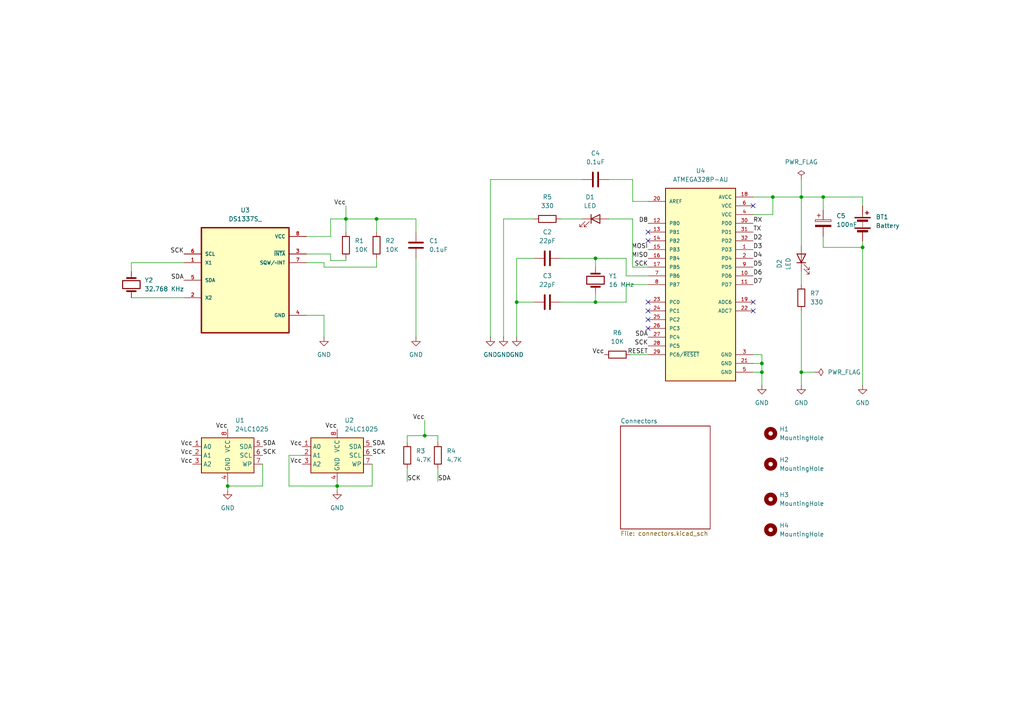
<source format=kicad_sch>
(kicad_sch (version 20250114) (generator "eeschema") (generator_version "9.0")
  (paper "A4")
  (title_block (title "${project_name}") (date "2025-05-23") (rev "1"))
  (lib_symbols
    (symbol "ATMEGA328P-AU:ATMEGA328P-AU" (pin_names (offset 1.016))
      (property "Reference" "U4" (at 0 33.02 0))
      (property "Value" "ATMEGA328P-AU" (at 0 30.48 0))
      (symbol "ATMEGA328P-AU_0_0"
        (rectangle (start -10.16 27.94) (end 10.16 -27.94) (stroke (width 0.254)) (fill (type background)))
        (pin input line (at -15.24 24.13 0) (length 5.08) (name "AREF") (number "20"))
        (pin bidirectional line (at -15.24 17.78 0) (length 5.08) (name "PB0") (number "12"))
        (pin bidirectional line (at -15.24 15.24 0) (length 5.08) (name "PB1") (number "13"))
        (pin bidirectional line (at -15.24 12.7 0) (length 5.08) (name "PB2") (number "14"))
        (pin bidirectional line (at -15.24 10.16 0) (length 5.08) (name "PB3") (number "15"))
        (pin bidirectional line (at -15.24 7.62 0) (length 5.08) (name "PB4") (number "16"))
        (pin bidirectional line (at -15.24 5.08 0) (length 5.08) (name "PB5") (number "17"))
        (pin bidirectional line (at -15.24 2.54 0) (length 5.08) (name "PB6") (number "7"))
        (pin bidirectional line (at -15.24 0 0) (length 5.08) (name "PB7") (number "8"))
        (pin bidirectional line (at -15.24 -5.08 0) (length 5.08) (name "PC0") (number "23"))
        (pin bidirectional line (at -15.24 -7.62 0) (length 5.08) (name "PC1") (number "24"))
        (pin bidirectional line (at -15.24 -10.16 0) (length 5.08) (name "PC2") (number "25"))
        (pin bidirectional line (at -15.24 -12.7 0) (length 5.08) (name "PC3") (number "26"))
        (pin bidirectional line (at -15.24 -15.24 0) (length 5.08) (name "PC4") (number "27"))
        (pin bidirectional line (at -15.24 -17.78 0) (length 5.08) (name "PC5") (number "28"))
        (pin bidirectional line (at -15.24 -20.32 0) (length 5.08) (name "PC6/~{RESET}") (number "29"))
        (pin power_in line (at 15.24 25.4 180) (length 5.08) (name "AVCC") (number "18"))
        (pin power_in line (at 15.24 22.86 180) (length 5.08) (name "VCC") (number "6"))
        (pin power_in line (at 15.24 20.32 180) (length 5.08) (name "VCC") (number "4"))
        (pin bidirectional line (at 15.24 17.78 180) (length 5.08) (name "PD0") (number "30"))
        (pin bidirectional line (at 15.24 15.24 180) (length 5.08) (name "PD1") (number "31"))
        (pin bidirectional line (at 15.24 12.7 180) (length 5.08) (name "PD2") (number "32"))
        (pin bidirectional line (at 15.24 10.16 180) (length 5.08) (name "PD3") (number "1"))
        (pin bidirectional line (at 15.24 7.62 180) (length 5.08) (name "PD4") (number "2"))
        (pin bidirectional line (at 15.24 5.08 180) (length 5.08) (name "PD5") (number "9"))
        (pin bidirectional line (at 15.24 2.54 180) (length 5.08) (name "PD6") (number "10"))
        (pin bidirectional line (at 15.24 0 180) (length 5.08) (name "PD7") (number "11"))
        (pin bidirectional line (at 15.24 -5.08 180) (length 5.08) (name "ADC6") (number "19"))
        (pin bidirectional line (at 15.24 -7.62 180) (length 5.08) (name "ADC7") (number "22"))
        (pin power_in line (at 15.24 -20.32 180) (length 5.08) (name "GND") (number "3"))
        (pin power_in line (at 15.24 -22.86 180) (length 5.08) (name "GND") (number "21"))
        (pin power_in line (at 15.24 -25.4 180) (length 5.08) (name "GND") (number "5"))
      )
    )
    (symbol "DS1337S_:DS1337S_" (pin_names (offset 1.016))
      (property "Reference" "U" (at -12.7 16.24 0))
      (property "Value" "DS1337S_" (at -12.7 -19.24 0))
      (symbol "DS1337S__0_0"
        (rectangle (start -12.7 -15.24) (end 12.7 15.24) (stroke (width 0.41)) (fill (type background)))
        (pin input line (at -17.78 7.62 0) (length 5.08) (name "SCL") (number "6"))
        (pin input line (at -17.78 5.08 0) (length 5.08) (name "X1") (number "1"))
        (pin bidirectional line (at -17.78 0 0) (length 5.08) (name "SDA") (number "5"))
        (pin bidirectional line (at -17.78 -5.08 0) (length 5.08) (name "X2") (number "2"))
        (pin power_in line (at 17.78 12.7 180) (length 5.08) (name "VCC") (number "8"))
        (pin output line (at 17.78 7.62 180) (length 5.08) (name "~{INTA}") (number "3"))
        (pin output line (at 17.78 5.08 180) (length 5.08) (name "SQW/~INT") (number "7"))
        (pin power_in line (at 17.78 -10.16 180) (length 5.08) (name "GND") (number "4"))
      )
    )
    (symbol "Device:Battery" (pin_numbers (hide yes)) (pin_names (offset 0) (hide yes))
      (property "Reference" "BT" (at 2.54 2.54 0))
      (property "Value" "Battery" (at 2.54 0 0))
      (symbol "Battery_0_1"
        (rectangle (start -2.286 1.778) (end 2.286 1.524) (fill (type outline)))
        (rectangle (start -2.286 -1.27) (end 2.286 -1.524) (fill (type outline)))
        (rectangle (start -1.524 1.016) (end 1.524 0.508) (fill (type outline)))
        (rectangle (start -1.524 -2.032) (end 1.524 -2.54) (fill (type outline)))
        (polyline (pts (xy 0 1.778) (xy 0 2.54)))
        (polyline (pts (xy 0 0) (xy 0 0.254)))
        (polyline (pts (xy 0 -0.508) (xy 0 -0.254)))
        (polyline (pts (xy 0 -1.016) (xy 0 -0.762)))
        (polyline (pts (xy 0.762 3.048) (xy 1.778 3.048)) (stroke (width 0.254)))
        (polyline (pts (xy 1.27 3.556) (xy 1.27 2.54)) (stroke (width 0.254)))
      )
      (symbol "Battery_1_1"
        (pin passive line (at 0 5.08 270) (length 2.54) (name "+") (number "1"))
        (pin passive line (at 0 -5.08 90) (length 2.54) (name "-") (number "2"))
      )
    )
    (symbol "Device:C" (pin_numbers (hide yes)) (pin_names (offset 0.254))
      (property "Reference" "C" (at 0.635 2.54 0))
      (property "Value" "C" (at 0.635 -2.54 0))
      (symbol "C_0_1"
        (polyline (pts (xy -2.032 0.762) (xy 2.032 0.762)) (stroke (width 0.508)))
        (polyline (pts (xy -2.032 -0.762) (xy 2.032 -0.762)) (stroke (width 0.508)))
      )
      (symbol "C_1_1"
        (pin passive line (at 0 3.81 270) (length 2.794) (name "~") (number "1"))
        (pin passive line (at 0 -3.81 90) (length 2.794) (name "~") (number "2"))
      )
    )
    (symbol "Device:C_Polarized" (pin_numbers (hide yes)) (pin_names (offset 0.254))
      (property "Reference" "C" (at 0.635 2.54 0))
      (property "Value" "C_Polarized" (at 0.635 -2.54 0))
      (symbol "C_Polarized_0_1"
        (rectangle (start -2.286 0.508) (end 2.286 1.016))
        (polyline (pts (xy -1.778 2.286) (xy -0.762 2.286)))
        (polyline (pts (xy -1.27 2.794) (xy -1.27 1.778)))
        (rectangle (start 2.286 -0.508) (end -2.286 -1.016) (fill (type outline)))
      )
      (symbol "C_Polarized_1_1"
        (pin passive line (at 0 3.81 270) (length 2.794) (name "~") (number "1"))
        (pin passive line (at 0 -3.81 90) (length 2.794) (name "~") (number "2"))
      )
    )
    (symbol "Device:Crystal" (pin_numbers (hide yes)) (pin_names (offset 1.016) (hide yes))
      (property "Reference" "Y" (at 0 3.81 0))
      (property "Value" "Crystal" (at 0 -3.81 0))
      (symbol "Crystal_0_1"
        (polyline (pts (xy -2.54 0) (xy -1.905 0)))
        (polyline (pts (xy -1.905 -1.27) (xy -1.905 1.27)) (stroke (width 0.508)))
        (rectangle (start -1.143 2.54) (end 1.143 -2.54) (stroke (width 0.3048)))
        (polyline (pts (xy 1.905 -1.27) (xy 1.905 1.27)) (stroke (width 0.508)))
        (polyline (pts (xy 2.54 0) (xy 1.905 0)))
      )
      (symbol "Crystal_1_1"
        (pin passive line (at -3.81 0 0) (length 1.27) (name "1") (number "1"))
        (pin passive line (at 3.81 0 180) (length 1.27) (name "2") (number "2"))
      )
    )
    (symbol "Device:LED" (pin_numbers (hide yes)) (pin_names (offset 1.016) (hide yes))
      (property "Reference" "D" (at 0 2.54 0))
      (property "Value" "LED" (at 0 -2.54 0))
      (symbol "LED_0_1"
        (polyline (pts (xy -3.048 -0.762) (xy -4.572 -2.286) (xy -3.81 -2.286) (xy -4.572 -2.286) (xy -4.572 -1.524)))
        (polyline (pts (xy -1.778 -0.762) (xy -3.302 -2.286) (xy -2.54 -2.286) (xy -3.302 -2.286) (xy -3.302 -1.524)))
        (polyline (pts (xy -1.27 0) (xy 1.27 0)))
        (polyline (pts (xy -1.27 -1.27) (xy -1.27 1.27)) (stroke (width 0.254)))
        (polyline (pts (xy 1.27 -1.27) (xy 1.27 1.27) (xy -1.27 0) (xy 1.27 -1.27)) (stroke (width 0.254)))
      )
      (symbol "LED_1_1"
        (pin passive line (at -3.81 0 0) (length 2.54) (name "K") (number "1"))
        (pin passive line (at 3.81 0 180) (length 2.54) (name "A") (number "2"))
      )
    )
    (symbol "Device:R" (pin_numbers (hide yes)) (pin_names (offset 0))
      (property "Reference" "R" (at 2.032 0 90))
      (property "Value" "R" (at 0 0 90))
      (symbol "R_0_1"
        (rectangle (start -1.016 -2.54) (end 1.016 2.54) (stroke (width 0.254)))
      )
      (symbol "R_1_1"
        (pin passive line (at 0 3.81 270) (length 1.27) (name "~") (number "1"))
        (pin passive line (at 0 -3.81 90) (length 1.27) (name "~") (number "2"))
      )
    )
    (symbol "Mechanical:MountingHole" (pin_names (offset 1.016)) (exclude_from_sim yes) (in_bom no)
      (property "Reference" "H" (at 0 5.08 0))
      (property "Value" "MountingHole" (at 0 3.175 0))
      (symbol "MountingHole_0_1"
        (circle (center 0 0) (radius 1.27) (stroke (width 1.27)))
      )
    )
    (symbol "Memory_EEPROM:24LC1025"
      (property "Reference" "U" (at -6.35 6.35 0))
      (property "Value" "24LC1025" (at 1.27 6.35 0))
      (symbol "24LC1025_1_1"
        (rectangle (start -7.62 5.08) (end 7.62 -5.08) (stroke (width 0.254)) (fill (type background)))
        (pin input line (at -10.16 2.54 0) (length 2.54) (name "A0") (number "1"))
        (pin input line (at -10.16 0 0) (length 2.54) (name "A1") (number "2"))
        (pin input line (at -10.16 -2.54 0) (length 2.54) (name "A2") (number "3"))
        (pin power_in line (at 0 7.62 270) (length 2.54) (name "VCC") (number "8"))
        (pin power_in line (at 0 -7.62 90) (length 2.54) (name "GND") (number "4"))
        (pin bidirectional line (at 10.16 2.54 180) (length 2.54) (name "SDA") (number "5"))
        (pin input line (at 10.16 0 180) (length 2.54) (name "SCL") (number "6"))
        (pin input line (at 10.16 -2.54 180) (length 2.54) (name "WP") (number "7"))
      )
    )
    (symbol "power:GND" (power) (pin_numbers (hide yes)) (pin_names (offset 0) (hide yes))
      (property "Value" "GND" (at 0 -3.81 0))
      (symbol "GND_0_1"
        (polyline (pts (xy 0 0) (xy 0 -1.27) (xy 1.27 -1.27) (xy 0 -2.54) (xy -1.27 -1.27) (xy 0 -1.27)))
      )
      (symbol "GND_1_1"
        (pin power_in line (at 0 0 270) (length 0) (name "~") (number "1"))
      )
    )
    (symbol "power:PWR_FLAG" (power) (pin_numbers (hide yes)) (pin_names (offset 0) (hide yes))
      (property "Value" "PWR_FLAG" (at 0 3.81 0))
      (symbol "PWR_FLAG_0_0"
        (pin power_out line (at 0 0 90) (length 0) (name "~") (number "1"))
      )
      (symbol "PWR_FLAG_0_1"
        (polyline (pts (xy 0 0) (xy 0 1.27) (xy -1.016 1.905) (xy 0 2.54) (xy 1.016 1.905) (xy 0 1.27)))
      )
    )
  )
  (junction (at 100.33 63.5))
  (junction (at 238.76 57.15))
  (junction (at 250.19 71.755))
  (junction (at 224.155 57.15))
  (junction (at 220.98 107.95))
  (junction (at 232.41 57.15))
  (junction (at 172.72 87.63))
  (junction (at 97.79 140.97))
  (junction (at 172.72 74.93))
  (junction (at 232.41 107.95))
  (junction (at 109.22 63.5))
  (junction (at 220.98 105.41))
  (junction (at 149.86 87.63))
  (junction (at 66.04 140.97))
  (junction (at 123.19 126.365))
  (no_connect (at 218.44 87.63))
  (no_connect (at 187.96 87.63))
  (no_connect (at 187.96 92.71))
  (no_connect (at 187.96 95.25))
  (no_connect (at 187.96 67.31))
  (no_connect (at 218.44 90.17))
  (no_connect (at 218.44 59.69))
  (no_connect (at 187.96 90.17))
  (no_connect (at 187.96 69.85))
  (wire (pts (xy 181.61 74.93) (xy 181.61 80.01)))
  (wire (pts (xy 232.41 90.17) (xy 232.41 107.95)))
  (wire (pts (xy 76.2 134.62) (xy 76.2 140.97)))
  (wire (pts (xy 187.96 77.47) (xy 183.515 77.47)))
  (wire (pts (xy 120.65 63.5) (xy 120.65 67.31)))
  (wire (pts (xy 97.79 139.7) (xy 97.79 140.97)))
  (wire (pts (xy 123.19 126.365) (xy 127 126.365)))
  (wire (pts (xy 118.11 128.27) (xy 118.11 126.365)))
  (wire (pts (xy 88.9 76.2) (xy 93.98 76.2)))
  (wire (pts (xy 218.44 57.15) (xy 224.155 57.15)))
  (wire (pts (xy 181.61 80.01) (xy 187.96 80.01)))
  (wire (pts (xy 154.94 74.93) (xy 149.86 74.93)))
  (wire (pts (xy 38.1 76.2) (xy 38.1 78.74)))
  (wire (pts (xy 66.04 140.97) (xy 76.2 140.97)))
  (wire (pts (xy 224.155 57.15) (xy 232.41 57.15)))
  (wire (pts (xy 176.53 52.07) (xy 183.515 52.07)))
  (wire (pts (xy 218.44 102.87) (xy 220.98 102.87)))
  (wire (pts (xy 97.79 140.97) (xy 97.79 142.24)))
  (wire (pts (xy 181.61 87.63) (xy 172.72 87.63)))
  (wire (pts (xy 127 135.89) (xy 127 139.7)))
  (wire (pts (xy 53.34 76.2) (xy 38.1 76.2)))
  (wire (pts (xy 238.76 68.58) (xy 238.76 71.755)))
  (wire (pts (xy 162.56 87.63) (xy 172.72 87.63)))
  (wire (pts (xy 232.41 107.95) (xy 236.22 107.95)))
  (wire (pts (xy 83.82 132.08) (xy 83.82 140.97)))
  (wire (pts (xy 118.11 126.365) (xy 123.19 126.365)))
  (wire (pts (xy 238.76 57.15) (xy 250.19 57.15)))
  (wire (pts (xy 66.04 139.7) (xy 66.04 140.97)))
  (wire (pts (xy 123.19 121.92) (xy 123.19 126.365)))
  (wire (pts (xy 88.9 68.58) (xy 95.885 68.58)))
  (wire (pts (xy 100.33 63.5) (xy 109.22 63.5)))
  (wire (pts (xy 38.1 86.36) (xy 53.34 86.36)))
  (wire (pts (xy 100.33 63.5) (xy 100.33 67.31)))
  (wire (pts (xy 93.98 76.2) (xy 93.98 77.47)))
  (wire (pts (xy 93.98 77.47) (xy 109.22 77.47)))
  (wire (pts (xy 100.33 75.565) (xy 100.33 74.93)))
  (wire (pts (xy 183.515 63.5) (xy 176.53 63.5)))
  (wire (pts (xy 218.44 105.41) (xy 220.98 105.41)))
  (wire (pts (xy 107.95 140.97) (xy 97.79 140.97)))
  (wire (pts (xy 109.22 63.5) (xy 109.22 67.31)))
  (wire (pts (xy 127 126.365) (xy 127 128.27)))
  (wire (pts (xy 149.86 87.63) (xy 154.94 87.63)))
  (wire (pts (xy 181.61 82.55) (xy 181.61 87.63)))
  (wire (pts (xy 220.98 107.95) (xy 220.98 111.76)))
  (wire (pts (xy 107.95 134.62) (xy 107.95 140.97)))
  (wire (pts (xy 88.9 73.66) (xy 95.885 73.66)))
  (wire (pts (xy 95.885 63.5) (xy 100.33 63.5)))
  (wire (pts (xy 220.98 102.87) (xy 220.98 105.41)))
  (wire (pts (xy 218.44 107.95) (xy 220.98 107.95)))
  (wire (pts (xy 87.63 132.08) (xy 83.82 132.08)))
  (wire (pts (xy 88.9 91.44) (xy 93.98 91.44)))
  (wire (pts (xy 168.91 52.07) (xy 142.24 52.07)))
  (wire (pts (xy 250.19 57.15) (xy 250.19 59.69)))
  (wire (pts (xy 232.41 78.74) (xy 232.41 82.55)))
  (wire (pts (xy 95.885 73.66) (xy 95.885 75.565)))
  (wire (pts (xy 232.41 52.07) (xy 232.41 57.15)))
  (wire (pts (xy 250.19 71.755) (xy 250.19 111.76)))
  (wire (pts (xy 109.22 63.5) (xy 120.65 63.5)))
  (wire (pts (xy 181.61 82.55) (xy 187.96 82.55)))
  (wire (pts (xy 172.72 74.93) (xy 172.72 77.47)))
  (wire (pts (xy 250.19 69.85) (xy 250.19 71.755)))
  (wire (pts (xy 232.41 57.15) (xy 232.41 71.12)))
  (wire (pts (xy 146.05 63.5) (xy 146.05 97.79)))
  (wire (pts (xy 224.155 62.23) (xy 224.155 57.15)))
  (wire (pts (xy 218.44 62.23) (xy 224.155 62.23)))
  (wire (pts (xy 162.56 63.5) (xy 168.91 63.5)))
  (wire (pts (xy 66.04 140.97) (xy 66.04 142.24)))
  (wire (pts (xy 162.56 74.93) (xy 172.72 74.93)))
  (wire (pts (xy 238.76 71.755) (xy 250.19 71.755)))
  (wire (pts (xy 118.11 135.89) (xy 118.11 139.7)))
  (wire (pts (xy 95.885 68.58) (xy 95.885 63.5)))
  (wire (pts (xy 100.33 59.69) (xy 100.33 63.5)))
  (wire (pts (xy 83.82 140.97) (xy 97.79 140.97)))
  (wire (pts (xy 142.24 52.07) (xy 142.24 97.79)))
  (wire (pts (xy 238.76 60.96) (xy 238.76 57.15)))
  (wire (pts (xy 232.41 107.95) (xy 232.41 111.76)))
  (wire (pts (xy 187.96 58.42) (xy 183.515 58.42)))
  (wire (pts (xy 120.65 74.93) (xy 120.65 97.79)))
  (wire (pts (xy 149.86 87.63) (xy 149.86 97.79)))
  (wire (pts (xy 149.86 74.93) (xy 149.86 87.63)))
  (wire (pts (xy 172.72 85.09) (xy 172.72 87.63)))
  (wire (pts (xy 93.98 91.44) (xy 93.98 97.79)))
  (wire (pts (xy 182.88 102.87) (xy 187.96 102.87)))
  (wire (pts (xy 220.98 105.41) (xy 220.98 107.95)))
  (wire (pts (xy 183.515 77.47) (xy 183.515 63.5)))
  (wire (pts (xy 183.515 58.42) (xy 183.515 52.07)))
  (wire (pts (xy 146.05 63.5) (xy 154.94 63.5)))
  (wire (pts (xy 172.72 74.93) (xy 181.61 74.93)))
  (wire (pts (xy 95.885 75.565) (xy 100.33 75.565)))
  (wire (pts (xy 232.41 57.15) (xy 238.76 57.15)))
  (wire (pts (xy 109.22 77.47) (xy 109.22 74.93)))
  (label "SCK" (at 118.11 139.7 0))
  (label "MOSI" (at 187.96 72.39 180))
  (label "D2" (at 218.44 69.85 0))
  (label "Vcc" (at 97.79 124.46 180))
  (label "SCK" (at 76.2 132.08 0))
  (label "Vcc" (at 55.88 134.62 180))
  (label "SDA" (at 187.96 97.79 180))
  (label "Vcc" (at 175.26 102.87 180))
  (label "D7" (at 218.44 82.55 0))
  (label "SCK" (at 187.96 100.33 180))
  (label "Vcc" (at 100.33 59.69 180))
  (label "SDA" (at 53.34 81.28 180))
  (label "RESET" (at 187.96 102.87 180))
  (label "SDA" (at 76.2 129.54 0))
  (label "Vcc" (at 55.88 129.54 180))
  (label "SCK" (at 53.34 73.66 180))
  (label "SDA" (at 127 139.7 0))
  (label "D8" (at 187.96 64.77 180))
  (label "D3" (at 218.44 72.39 0))
  (label "TX" (at 218.44 67.31 0))
  (label "RX" (at 218.44 64.77 0))
  (label "Vcc" (at 87.63 134.62 180))
  (label "SCK" (at 107.95 132.08 0))
  (label "MISO" (at 187.96 74.93 180))
  (label "D4" (at 218.44 74.93 0))
  (label "SCK" (at 187.96 77.47 180))
  (label "Vcc" (at 123.19 121.92 180))
  (label "Vcc" (at 66.04 124.46 180))
  (label "SDA" (at 107.95 129.54 0))
  (label "Vcc" (at 55.88 132.08 180))
  (label "D6" (at 218.44 80.01 0))
  (label "Vcc" (at 87.63 129.54 180))
  (label "D5" (at 218.44 77.47 0))
  (symbol (lib_id "power:GND") (at 250.19 111.76 0) (unit 1)
    (property "Reference" "#PWR07" (effects (hide yes)))
    (property "Value" "GND" (at 250.19 116.84 0))
    (property "Description" "Power symbol creates a global label with name \"GND\" , ground" (effects (hide yes)))
  )
  (symbol (lib_id "Device:R") (at 158.75 63.5 90) (unit 1)
    (property "Reference" "R5" (at 158.75 57.15 90))
    (property "Value" "330" (at 158.75 59.69 90))
    (property "Footprint" "Resistor_SMD:R_0805_2012Metric" (effects (hide yes)))
    (property "Description" "Resistor" (effects (hide yes)))
  )
  (symbol (lib_id "DS1337S_:DS1337S_") (at 71.12 81.28 0) (unit 1)
    (property "Reference" "U3" (at 71.12 60.96 0))
    (property "Value" "DS1337S_" (at 71.12 63.5 0))
    (property "Footprint" "footprints:SOIC127P600X175-8N" (effects (hide yes)))
    (property "MF" "Maxim Integrated Products" (effects (hide yes)))
    (property "Description_1" "Real Time Clock (RTC) IC Clock/Calendar I2C, 2-Wire Serial 8-SOIC (0.154, 3.90mm Width)" (effects (hide yes)))
    (property "Package" "SOIC-8 Maxim" (effects (hide yes)))
    (property "Price" "None" (effects (hide yes)))
    (property "SnapEDA_Link" "https://www.snapeda.com/parts/DS1337S+/Maxim+Integrated/view-part/?ref=snap" (effects (hide yes)))
    (property "MP" "DS1337S+" (effects (hide yes)))
    (property "Availability" "In Stock" (effects (hide yes)))
    (property "Check_prices" "https://www.snapeda.com/parts/DS1337S+/Maxim+Integrated/view-part/?ref=eda" (effects (hide yes)))
  )
  (symbol (lib_id "Device:LED") (at 232.41 74.93 90) (unit 1)
    (property "Reference" "D2" (at 226.06 76.5175 0))
    (property "Value" "LED" (at 228.6 76.5175 0))
    (property "Footprint" "LED_SMD:LED_0805_2012Metric" (effects (hide yes)))
    (property "Description" "Light emitting diode" (effects (hide yes)))
    (property "Sim.Pins" "1=K 2=A" (effects (hide yes)))
  )
  (symbol (lib_id "Device:R") (at 100.33 71.12 0) (unit 1)
    (property "Reference" "R1" (at 102.87 69.8499 0) (effects (justify left)))
    (property "Value" "10K" (at 102.87 72.3899 0) (effects (justify left)))
    (property "Footprint" "Resistor_SMD:R_0805_2012Metric" (effects (hide yes)))
    (property "Description" "Resistor" (effects (hide yes)))
  )
  (symbol (lib_id "Mechanical:MountingHole") (at 223.52 144.78 0) (unit 1) (exclude_from_sim yes) (in_bom no)
    (property "Reference" "H3" (at 226.06 143.5099 0) (effects (justify left)))
    (property "Value" "MountingHole" (at 226.06 146.0499 0) (effects (justify left)))
    (property "Footprint" "MountingHole:MountingHole_2.1mm" (effects (hide yes)))
    (property "Description" "Mounting Hole without connection" (effects (hide yes)))
  )
  (symbol (lib_id "power:GND") (at 66.04 142.24 0) (unit 1)
    (property "Reference" "#PWR03" (effects (hide yes)))
    (property "Value" "GND" (at 66.04 147.32 0))
    (property "Description" "Power symbol creates a global label with name \"GND\" , ground" (effects (hide yes)))
  )
  (symbol (lib_id "Device:LED") (at 172.72 63.5 0) (unit 1)
    (property "Reference" "D1" (at 171.1325 57.15 0))
    (property "Value" "LED" (at 171.1325 59.69 0))
    (property "Footprint" "LED_SMD:LED_0805_2012Metric" (effects (hide yes)))
    (property "Description" "Light emitting diode" (effects (hide yes)))
    (property "Sim.Pins" "1=K 2=A" (effects (hide yes)))
  )
  (symbol (lib_id "power:PWR_FLAG") (at 236.22 107.95 270) (unit 1)
    (property "Reference" "#FLG02" (effects (hide yes)))
    (property "Value" "PWR_FLAG" (at 240.03 107.9499 90) (effects (justify left)))
    (property "Description" "Special symbol for telling ERC where power comes from" (effects (hide yes)))
  )
  (symbol (lib_id "Device:C_Polarized") (at 238.76 64.77 0) (unit 1)
    (property "Reference" "C5" (at 242.57 62.6109 0) (effects (justify left)))
    (property "Value" "100nF" (at 242.57 65.1509 0) (effects (justify left)))
    (property "Footprint" "Capacitor_SMD:C_0805_2012Metric" (effects (hide yes)))
    (property "Description" "Polarized capacitor" (effects (hide yes)))
  )
  (symbol (lib_id "Device:C") (at 158.75 87.63 90) (unit 1)
    (property "Reference" "C3" (at 158.75 80.01 90))
    (property "Value" "22pF" (at 158.75 82.55 90))
    (property "Footprint" "Capacitor_SMD:C_0805_2012Metric" (effects (hide yes)))
    (property "Description" "Unpolarized capacitor" (effects (hide yes)))
  )
  (symbol (lib_id "Device:C") (at 120.65 71.12 0) (unit 1)
    (property "Reference" "C1" (at 124.46 69.8499 0) (effects (justify left)))
    (property "Value" "0.1uF" (at 124.46 72.3899 0) (effects (justify left)))
    (property "Footprint" "Capacitor_SMD:C_0805_2012Metric" (effects (hide yes)))
    (property "Description" "Unpolarized capacitor" (effects (hide yes)))
  )
  (symbol (lib_id "power:GND") (at 232.41 111.76 0) (unit 1)
    (property "Reference" "#PWR06" (effects (hide yes)))
    (property "Value" "GND" (at 232.41 116.84 0))
    (property "Description" "Power symbol creates a global label with name \"GND\" , ground" (effects (hide yes)))
  )
  (symbol (lib_id "Device:R") (at 127 132.08 0) (unit 1)
    (property "Reference" "R4" (at 129.54 130.8099 0) (effects (justify left)))
    (property "Value" "4.7K" (at 129.54 133.3499 0) (effects (justify left)))
    (property "Footprint" "Resistor_SMD:R_0805_2012Metric" (effects (hide yes)))
    (property "Description" "Resistor" (effects (hide yes)))
  )
  (symbol (lib_id "Device:C") (at 158.75 74.93 90) (unit 1)
    (property "Reference" "C2" (at 158.75 67.31 90))
    (property "Value" "22pF" (at 158.75 69.85 90))
    (property "Footprint" "Capacitor_SMD:C_0805_2012Metric" (effects (hide yes)))
    (property "Description" "Unpolarized capacitor" (effects (hide yes)))
  )
  (symbol (lib_id "power:GND") (at 93.98 97.79 0) (unit 1)
    (property "Reference" "#PWR01" (effects (hide yes)))
    (property "Value" "GND" (at 93.98 102.87 0))
    (property "Description" "Power symbol creates a global label with name \"GND\" , ground" (effects (hide yes)))
  )
  (symbol (lib_id "ATMEGA328P-AU:ATMEGA328P-AU") (at 203.2 82.55 0) (unit 1)
    (property "Reference" "U4" (at 203.2 49.53 0))
    (property "Value" "ATMEGA328P-AU" (at 203.2 52.07 0))
    (property "Footprint" "footprints:QFP80P900X900X120-32N" (effects (hide yes)))
    (property "MF" "MICROCHIP TECH." (effects (hide yes)))
    (property "MAXIMUM_PACKAGE_HEIGHT" "1.20mm" (effects (hide yes)))
    (property "Package" "TQFP-32 Microchip" (effects (hide yes)))
    (property "Price" "None" (effects (hide yes)))
    (property "Check_prices" "https://www.snapeda.com/parts/ATMEGA328P-AU/Microchip/view-part/?ref=eda" (effects (hide yes)))
    (property "STANDARD" "IPC-7351B" (effects (hide yes)))
    (property "PARTREV" "8271A" (effects (hide yes)))
    (property "SnapEDA_Link" "https://www.snapeda.com/parts/ATMEGA328P-AU/Microchip/view-part/?ref=snap" (effects (hide yes)))
    (property "MP" "ATMEGA328P-AU" (effects (hide yes)))
    (property "Description_1" "MCU 8-bit - AVR ATmega Family ATmega328 Series Microcontrollers - 20 MHz - 32 KB - 2 KB - 32 Pins." (effects (hide yes)))
    (property "Availability" "In Stock" (effects (hide yes)))
    (property "MANUFACTURER" "Microchip" (effects (hide yes)))
  )
  (symbol (lib_id "Mechanical:MountingHole") (at 223.52 153.67 0) (unit 1) (exclude_from_sim yes) (in_bom no)
    (property "Reference" "H4" (at 226.06 152.3999 0) (effects (justify left)))
    (property "Value" "MountingHole" (at 226.06 154.9399 0) (effects (justify left)))
    (property "Footprint" "MountingHole:MountingHole_2.1mm" (effects (hide yes)))
    (property "Description" "Mounting Hole without connection" (effects (hide yes)))
  )
  (symbol (lib_id "Device:R") (at 179.07 102.87 90) (unit 1)
    (property "Reference" "R6" (at 179.07 96.52 90))
    (property "Value" "10K" (at 179.07 99.06 90))
    (property "Footprint" "Resistor_SMD:R_0805_2012Metric" (effects (hide yes)))
    (property "Description" "Resistor" (effects (hide yes)))
  )
  (symbol (lib_id "Device:Crystal") (at 172.72 81.28 90) (unit 1)
    (property "Reference" "Y1" (at 176.53 80.0099 90) (effects (justify right)))
    (property "Value" "16 MHz" (at 176.53 82.5499 90) (effects (justify right)))
    (property "Footprint" "Crystal:Crystal_SMD_5032-2Pin_5.0x3.2mm_HandSoldering" (effects (hide yes)))
    (property "Description" "Two pin crystal" (effects (hide yes)))
  )
  (symbol (lib_id "Memory_EEPROM:24LC1025") (at 97.79 132.08 0) (unit 1)
    (property "Reference" "U2" (at 99.9333 121.92 0) (effects (justify left)))
    (property "Value" "24LC1025" (at 99.9333 124.46 0) (effects (justify left)))
    (property "Footprint" "Package_SO:SOIC-8_5.3x5.3mm_P1.27mm" (effects (hide yes)))
    (property "Datasheet" "http://ww1.microchip.com/downloads/en/DeviceDoc/21941B.pdf" (effects (hide yes)))
    (property "Description" "I2C Serial EEPROM, 1024Kb, DIP-8/SOIC-8/TSSOP-8/DFN-8" (effects (hide yes)))
  )
  (symbol (lib_id "Mechanical:MountingHole") (at 223.52 134.62 0) (unit 1) (exclude_from_sim yes) (in_bom no)
    (property "Reference" "H2" (at 226.06 133.3499 0) (effects (justify left)))
    (property "Value" "MountingHole" (at 226.06 135.8899 0) (effects (justify left)))
    (property "Footprint" "MountingHole:MountingHole_2.1mm" (effects (hide yes)))
    (property "Description" "Mounting Hole without connection" (effects (hide yes)))
  )
  (symbol (lib_id "Device:Crystal") (at 38.1 82.55 90) (unit 1)
    (property "Reference" "Y2" (at 41.91 81.2799 90) (effects (justify right)))
    (property "Value" "32.768 KHz" (at 41.91 83.8199 90) (effects (justify right)))
    (property "Footprint" "Crystal:Crystal_SMD_5032-2Pin_5.0x3.2mm_HandSoldering" (effects (hide yes)))
    (property "Description" "Two pin crystal" (effects (hide yes)))
  )
  (symbol (lib_id "Device:R") (at 118.11 132.08 0) (unit 1)
    (property "Reference" "R3" (at 120.65 130.8099 0) (effects (justify left)))
    (property "Value" "4.7K" (at 120.65 133.3499 0) (effects (justify left)))
    (property "Footprint" "Resistor_SMD:R_0805_2012Metric" (effects (hide yes)))
    (property "Description" "Resistor" (effects (hide yes)))
  )
  (symbol (lib_id "power:GND") (at 220.98 111.76 0) (unit 1)
    (property "Reference" "#PWR05" (effects (hide yes)))
    (property "Value" "GND" (at 220.98 116.84 0))
    (property "Description" "Power symbol creates a global label with name \"GND\" , ground" (effects (hide yes)))
  )
  (symbol (lib_id "power:GND") (at 120.65 97.79 0) (unit 1)
    (property "Reference" "#PWR02" (effects (hide yes)))
    (property "Value" "GND" (at 120.65 102.87 0))
    (property "Description" "Power symbol creates a global label with name \"GND\" , ground" (effects (hide yes)))
  )
  (symbol (lib_id "power:GND") (at 97.79 142.24 0) (unit 1)
    (property "Reference" "#PWR04" (effects (hide yes)))
    (property "Value" "GND" (at 97.79 147.32 0))
    (property "Description" "Power symbol creates a global label with name \"GND\" , ground" (effects (hide yes)))
  )
  (symbol (lib_id "Device:R") (at 232.41 86.36 0) (unit 1)
    (property "Reference" "R7" (at 234.95 85.0899 0) (effects (justify left)))
    (property "Value" "330" (at 234.95 87.6299 0) (effects (justify left)))
    (property "Footprint" "Resistor_SMD:R_0805_2012Metric" (effects (hide yes)))
    (property "Description" "Resistor" (effects (hide yes)))
  )
  (symbol (lib_id "power:GND") (at 149.86 97.79 0) (unit 1)
    (property "Reference" "#PWR08" (effects (hide yes)))
    (property "Value" "GND" (at 149.86 102.87 0))
    (property "Description" "Power symbol creates a global label with name \"GND\" , ground" (effects (hide yes)))
  )
  (symbol (lib_id "Device:C") (at 172.72 52.07 90) (unit 1)
    (property "Reference" "C4" (at 172.72 44.45 90))
    (property "Value" "0.1uF" (at 172.72 46.99 90))
    (property "Footprint" "Capacitor_SMD:C_0805_2012Metric" (effects (hide yes)))
    (property "Description" "Unpolarized capacitor" (effects (hide yes)))
  )
  (symbol (lib_id "Device:R") (at 109.22 71.12 0) (unit 1)
    (property "Reference" "R2" (at 111.76 69.8499 0) (effects (justify left)))
    (property "Value" "10K" (at 111.76 72.3899 0) (effects (justify left)))
    (property "Footprint" "Resistor_SMD:R_0805_2012Metric" (effects (hide yes)))
    (property "Description" "Resistor" (effects (hide yes)))
  )
  (symbol (lib_id "Memory_EEPROM:24LC1025") (at 66.04 132.08 0) (unit 1)
    (property "Reference" "U1" (at 68.1833 121.92 0) (effects (justify left)))
    (property "Value" "24LC1025" (at 68.1833 124.46 0) (effects (justify left)))
    (property "Footprint" "Package_SO:SOIC-8_5.3x5.3mm_P1.27mm" (effects (hide yes)))
    (property "Datasheet" "http://ww1.microchip.com/downloads/en/DeviceDoc/21941B.pdf" (effects (hide yes)))
    (property "Description" "I2C Serial EEPROM, 1024Kb, DIP-8/SOIC-8/TSSOP-8/DFN-8" (effects (hide yes)))
  )
  (symbol (lib_id "power:GND") (at 142.24 97.79 0) (unit 1)
    (property "Reference" "#PWR010" (effects (hide yes)))
    (property "Value" "GND" (at 142.24 102.87 0))
    (property "Description" "Power symbol creates a global label with name \"GND\" , ground" (effects (hide yes)))
  )
  (symbol (lib_id "power:GND") (at 146.05 97.79 0) (unit 1)
    (property "Reference" "#PWR09" (effects (hide yes)))
    (property "Value" "GND" (at 146.05 102.87 0))
    (property "Description" "Power symbol creates a global label with name \"GND\" , ground" (effects (hide yes)))
  )
  (symbol (lib_id "Mechanical:MountingHole") (at 223.52 125.73 0) (unit 1) (exclude_from_sim yes) (in_bom no)
    (property "Reference" "H1" (at 226.06 124.4599 0) (effects (justify left)))
    (property "Value" "MountingHole" (at 226.06 126.9999 0) (effects (justify left)))
    (property "Footprint" "MountingHole:MountingHole_2.1mm" (effects (hide yes)))
    (property "Description" "Mounting Hole without connection" (effects (hide yes)))
  )
  (symbol (lib_id "Device:Battery") (at 250.19 64.77 0) (unit 1)
    (property "Reference" "BT1" (at 254 62.9284 0) (effects (justify left)))
    (property "Value" "Battery" (at 254 65.4684 0) (effects (justify left)))
    (property "Footprint" "Connector_PinHeader_2.54mm:PinHeader_1x02_P2.54mm_Vertical" (effects (hide yes)))
    (property "Description" "Multiple-cell battery" (effects (hide yes)))
  )
  (symbol (lib_id "power:PWR_FLAG") (at 232.41 52.07 0) (unit 1)
    (property "Reference" "#FLG01" (effects (hide yes)))
    (property "Value" "PWR_FLAG" (at 232.41 46.99 0))
    (property "Description" "Special symbol for telling ERC where power comes from" (effects (hide yes)))
  )
  (sheet (at 179.959 123.571) (size 26.035 29.845) (stroke (width 0.1524))
    (property "Sheetname" "Connectors" (at 179.959 122.8594 0) (effects (justify left bottom)))
    (property "Sheetfile" "connectors.kicad_sch" (at 179.959 154.0006 0) (effects (justify left top)))
  )
)
</source>
